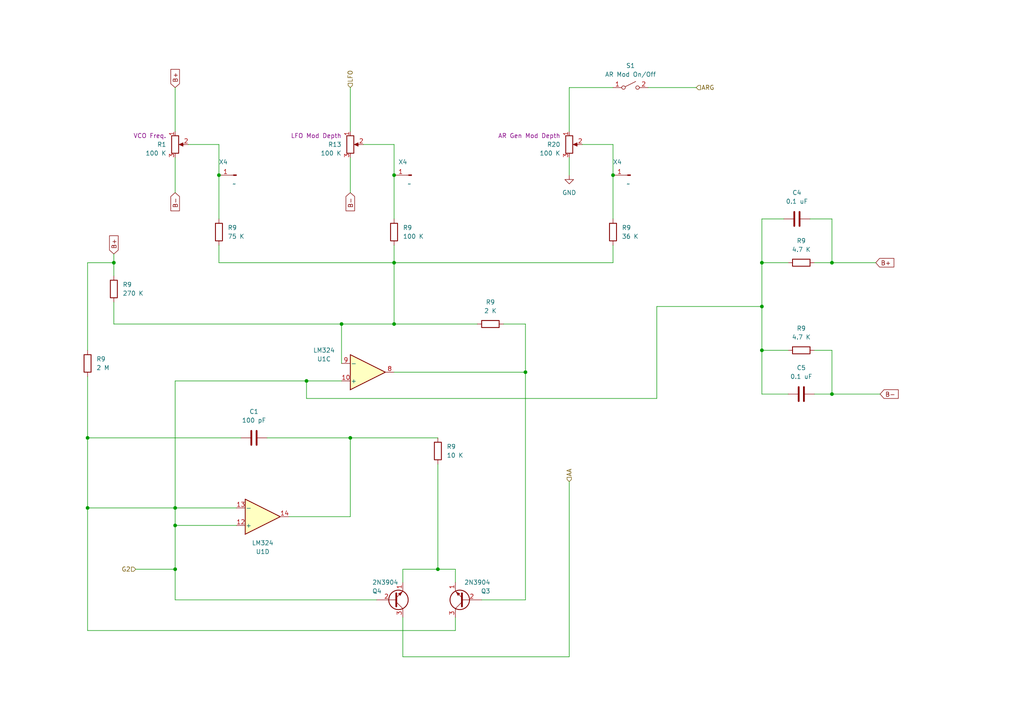
<source format=kicad_sch>
(kicad_sch (version 20230121) (generator eeschema)
  (paper "A4")
  (title_block (title "VCO - CV Mixer and Expo Converter") (rev "0.5") (company "http://musicfromouterspace.com/analogsynth_new/NOISETOASTER/NOISETOASTER.php") (comment 1 "Licence: CC-BY-NC-SA") (comment 2 "Original Design by Ray Wilson") (comment 3 "Music From Outer Space LLC"))
  (lib_symbols
    (symbol "Amplifier_Operational:LM324" (pin_names (offset 0.127))
      (property "Reference" "U" (at 0 5.08 0))
      (property "Value" "LM324" (at 0 -5.08 0))
      (symbol "LM324_1_1"
        (polyline (pts (xy -5.08 5.08) (xy 5.08 0) (xy -5.08 -5.08) (xy -5.08 5.08)) (stroke (width 0.254)) (fill (type background)))
        (pin output line (at 7.62 0 180) (length 2.54) (name "~") (number "1"))
        (pin input line (at -7.62 -2.54 0) (length 2.54) (name "-") (number "2"))
        (pin input line (at -7.62 2.54 0) (length 2.54) (name "+") (number "3"))
      )
      (symbol "LM324_2_1"
        (polyline (pts (xy -5.08 5.08) (xy 5.08 0) (xy -5.08 -5.08) (xy -5.08 5.08)) (stroke (width 0.254)) (fill (type background)))
        (pin input line (at -7.62 2.54 0) (length 2.54) (name "+") (number "5"))
        (pin input line (at -7.62 -2.54 0) (length 2.54) (name "-") (number "6"))
        (pin output line (at 7.62 0 180) (length 2.54) (name "~") (number "7"))
      )
      (symbol "LM324_3_1"
        (polyline (pts (xy -5.08 5.08) (xy 5.08 0) (xy -5.08 -5.08) (xy -5.08 5.08)) (stroke (width 0.254)) (fill (type background)))
        (pin input line (at -7.62 2.54 0) (length 2.54) (name "+") (number "10"))
        (pin output line (at 7.62 0 180) (length 2.54) (name "~") (number "8"))
        (pin input line (at -7.62 -2.54 0) (length 2.54) (name "-") (number "9"))
      )
      (symbol "LM324_4_1"
        (polyline (pts (xy -5.08 5.08) (xy 5.08 0) (xy -5.08 -5.08) (xy -5.08 5.08)) (stroke (width 0.254)) (fill (type background)))
        (pin input line (at -7.62 2.54 0) (length 2.54) (name "+") (number "12"))
        (pin input line (at -7.62 -2.54 0) (length 2.54) (name "-") (number "13"))
        (pin output line (at 7.62 0 180) (length 2.54) (name "~") (number "14"))
      )
      (symbol "LM324_5_1"
        (pin power_in line (at -2.54 -7.62 90) (length 3.81) (name "V-") (number "11"))
        (pin power_in line (at -2.54 7.62 270) (length 3.81) (name "V+") (number "4"))
      )
    )
    (symbol "Connector:Conn_01x01_Pin" (pin_names (offset 1.016) hide)
      (property "Reference" "J" (at 0 2.54 0))
      (property "Value" "Conn_01x01_Pin" (at 0 -2.54 0))
      (symbol "Conn_01x01_Pin_1_1"
        (polyline (pts (xy 1.27 0) (xy 0.8636 0)) (stroke (width 0.1524)))
        (rectangle (start 0.8636 0.127) (end 0 -0.127) (stroke (width 0.1524)) (fill (type outline)))
        (pin passive line (at 5.08 0 180) (length 3.81) (name "Pin_1") (number "1"))
      )
    )
    (symbol "Device:C" (pin_numbers hide) (pin_names (offset 0.254))
      (property "Reference" "C" (at 0.635 2.54 0))
      (property "Value" "C" (at 0.635 -2.54 0))
      (symbol "C_0_1"
        (polyline (pts (xy -2.032 -0.762) (xy 2.032 -0.762)) (stroke (width 0.508)))
        (polyline (pts (xy -2.032 0.762) (xy 2.032 0.762)) (stroke (width 0.508)))
      )
      (symbol "C_1_1"
        (pin passive line (at 0 3.81 270) (length 2.794) (name "~") (number "1"))
        (pin passive line (at 0 -3.81 90) (length 2.794) (name "~") (number "2"))
      )
    )
    (symbol "Device:R" (pin_numbers hide) (pin_names (offset 0))
      (property "Reference" "R" (at 2.032 0 90))
      (property "Value" "R" (at 0 0 90))
      (symbol "R_0_1"
        (rectangle (start -1.016 -2.54) (end 1.016 2.54) (stroke (width 0.254)))
      )
      (symbol "R_1_1"
        (pin passive line (at 0 3.81 270) (length 1.27) (name "~") (number "1"))
        (pin passive line (at 0 -3.81 90) (length 1.27) (name "~") (number "2"))
      )
    )
    (symbol "Device:R_Potentiometer" (pin_names (offset 1.016) hide)
      (property "Reference" "RV" (at -4.445 0 90))
      (property "Value" "R_Potentiometer" (at -2.54 0 90))
      (symbol "R_Potentiometer_0_1"
        (polyline (pts (xy 2.54 0) (xy 1.524 0)))
        (polyline (pts (xy 1.143 0) (xy 2.286 0.508) (xy 2.286 -0.508) (xy 1.143 0)) (fill (type outline)))
        (rectangle (start 1.016 2.54) (end -1.016 -2.54) (stroke (width 0.254)))
      )
      (symbol "R_Potentiometer_1_1"
        (pin passive line (at 0 3.81 270) (length 1.27) (name "1") (number "1"))
        (pin passive line (at 3.81 0 180) (length 1.27) (name "2") (number "2"))
        (pin passive line (at 0 -3.81 90) (length 1.27) (name "3") (number "3"))
      )
    )
    (symbol "Switch:SW_SPST" (pin_names (offset 0) hide)
      (property "Reference" "SW" (at 0 3.175 0))
      (property "Value" "SW_SPST" (at 0 -2.54 0))
      (symbol "SW_SPST_0_0"
        (circle (center -2.032 0) (radius 0.508))
        (polyline (pts (xy -1.524 0.254) (xy 1.524 1.778)))
        (circle (center 2.032 0) (radius 0.508))
      )
      (symbol "SW_SPST_1_1"
        (pin passive line (at -5.08 0 0) (length 2.54) (name "A") (number "1"))
        (pin passive line (at 5.08 0 180) (length 2.54) (name "B") (number "2"))
      )
    )
    (symbol "Transistor_BJT:2N3904" (pin_names (offset 0) hide)
      (property "Reference" "Q" (at 5.08 1.905 0))
      (property "Value" "2N3904" (at 5.08 0 0))
      (symbol "2N3904_0_1"
        (polyline (pts (xy 0.635 0.635) (xy 2.54 2.54)))
        (polyline (pts (xy 0.635 -0.635) (xy 2.54 -2.54) (xy 2.54 -2.54)))
        (polyline (pts (xy 0.635 1.905) (xy 0.635 -1.905) (xy 0.635 -1.905)) (stroke (width 0.508)))
        (polyline (pts (xy 1.27 -1.778) (xy 1.778 -1.27) (xy 2.286 -2.286) (xy 1.27 -1.778) (xy 1.27 -1.778)) (fill (type outline)))
        (circle (center 1.27 0) (radius 2.8194) (stroke (width 0.254)))
      )
      (symbol "2N3904_1_1"
        (pin passive line (at 2.54 -5.08 90) (length 2.54) (name "E") (number "1"))
        (pin passive line (at -5.08 0 0) (length 5.715) (name "B") (number "2"))
        (pin passive line (at 2.54 5.08 270) (length 2.54) (name "C") (number "3"))
      )
    )
    (symbol "power:GND" (power) (pin_names (offset 0))
      (property "Value" "GND" (at 0 -3.81 0))
      (symbol "GND_0_1"
        (polyline (pts (xy 0 0) (xy 0 -1.27) (xy 1.27 -1.27) (xy 0 -2.54) (xy -1.27 -1.27) (xy 0 -1.27)))
      )
      (symbol "GND_1_1"
        (pin power_in line (at 0 0 270) (length 0) hide (name "GND") (number "1"))
      )
    )
  )
  (junction (at 88.9 110.49))
  (junction (at 50.8 147.32))
  (junction (at 177.8 50.8))
  (junction (at 25.4 147.32))
  (junction (at 99.06 93.98))
  (junction (at 25.4 127))
  (junction (at 63.5 50.8))
  (junction (at 33.02 76.2))
  (junction (at 50.8 152.4))
  (junction (at 127 165.1))
  (junction (at 241.3 76.2))
  (junction (at 114.3 50.8))
  (junction (at 50.8 165.1))
  (junction (at 101.6 127))
  (junction (at 114.3 76.2))
  (junction (at 152.4 107.95))
  (junction (at 220.98 101.6))
  (junction (at 220.98 88.9))
  (junction (at 114.3 93.98))
  (junction (at 220.98 76.2))
  (junction (at 241.3 114.3))
  (wire (pts (xy 25.4 109.22) (xy 25.4 127)))
  (wire (pts (xy 101.6 127) (xy 101.6 149.86)))
  (wire (pts (xy 101.6 25.4) (xy 101.6 38.1)))
  (wire (pts (xy 116.84 165.1) (xy 127 165.1)))
  (wire (pts (xy 187.96 25.4) (xy 201.93 25.4)))
  (wire (pts (xy 114.3 41.91) (xy 114.3 50.8)))
  (wire (pts (xy 220.98 76.2) (xy 228.6 76.2)))
  (wire (pts (xy 241.3 114.3) (xy 255.27 114.3)))
  (wire (pts (xy 88.9 110.49) (xy 50.8 110.49)))
  (wire (pts (xy 25.4 76.2) (xy 33.02 76.2)))
  (wire (pts (xy 50.8 173.99) (xy 50.8 165.1)))
  (wire (pts (xy 127 165.1) (xy 132.08 165.1)))
  (wire (pts (xy 25.4 127) (xy 25.4 147.32)))
  (wire (pts (xy 177.8 71.12) (xy 177.8 76.2)))
  (wire (pts (xy 101.6 45.72) (xy 101.6 55.88)))
  (wire (pts (xy 165.1 45.72) (xy 165.1 50.8)))
  (wire (pts (xy 165.1 38.1) (xy 165.1 25.4)))
  (wire (pts (xy 139.7 173.99) (xy 152.4 173.99)))
  (wire (pts (xy 109.22 173.99) (xy 50.8 173.99)))
  (wire (pts (xy 138.43 93.98) (xy 114.3 93.98)))
  (wire (pts (xy 63.5 76.2) (xy 63.5 71.12)))
  (wire (pts (xy 99.06 110.49) (xy 88.9 110.49)))
  (wire (pts (xy 234.95 63.5) (xy 241.3 63.5)))
  (wire (pts (xy 50.8 110.49) (xy 50.8 147.32)))
  (wire (pts (xy 165.1 25.4) (xy 177.8 25.4)))
  (wire (pts (xy 77.47 127) (xy 101.6 127)))
  (wire (pts (xy 220.98 101.6) (xy 220.98 114.3)))
  (wire (pts (xy 132.08 179.07) (xy 132.08 182.88)))
  (wire (pts (xy 127 134.62) (xy 127 165.1)))
  (wire (pts (xy 50.8 152.4) (xy 68.58 152.4)))
  (wire (pts (xy 220.98 88.9) (xy 220.98 101.6)))
  (wire (pts (xy 54.61 41.91) (xy 63.5 41.91)))
  (wire (pts (xy 152.4 93.98) (xy 152.4 107.95)))
  (wire (pts (xy 101.6 127) (xy 127 127)))
  (wire (pts (xy 99.06 93.98) (xy 114.3 93.98)))
  (wire (pts (xy 220.98 88.9) (xy 190.5 88.9)))
  (wire (pts (xy 220.98 76.2) (xy 220.98 88.9)))
  (wire (pts (xy 116.84 179.07) (xy 116.84 190.5)))
  (wire (pts (xy 63.5 50.8) (xy 63.5 63.5)))
  (wire (pts (xy 146.05 93.98) (xy 152.4 93.98)))
  (wire (pts (xy 227.33 63.5) (xy 220.98 63.5)))
  (wire (pts (xy 33.02 73.66) (xy 33.02 76.2)))
  (wire (pts (xy 177.8 50.8) (xy 177.8 63.5)))
  (wire (pts (xy 168.91 41.91) (xy 177.8 41.91)))
  (wire (pts (xy 50.8 152.4) (xy 50.8 147.32)))
  (wire (pts (xy 88.9 110.49) (xy 88.9 115.57)))
  (wire (pts (xy 241.3 76.2) (xy 254 76.2)))
  (wire (pts (xy 114.3 50.8) (xy 114.3 63.5)))
  (wire (pts (xy 114.3 71.12) (xy 114.3 76.2)))
  (wire (pts (xy 50.8 45.72) (xy 50.8 55.88)))
  (wire (pts (xy 236.22 76.2) (xy 241.3 76.2)))
  (wire (pts (xy 220.98 63.5) (xy 220.98 76.2)))
  (wire (pts (xy 132.08 165.1) (xy 132.08 168.91)))
  (wire (pts (xy 165.1 190.5) (xy 116.84 190.5)))
  (wire (pts (xy 132.08 182.88) (xy 25.4 182.88)))
  (wire (pts (xy 116.84 168.91) (xy 116.84 165.1)))
  (wire (pts (xy 190.5 115.57) (xy 88.9 115.57)))
  (wire (pts (xy 50.8 25.4) (xy 50.8 38.1)))
  (wire (pts (xy 99.06 105.41) (xy 99.06 93.98)))
  (wire (pts (xy 241.3 76.2) (xy 241.3 63.5)))
  (wire (pts (xy 25.4 127) (xy 69.85 127)))
  (wire (pts (xy 33.02 87.63) (xy 33.02 93.98)))
  (wire (pts (xy 25.4 101.6) (xy 25.4 76.2)))
  (wire (pts (xy 236.22 101.6) (xy 241.3 101.6)))
  (wire (pts (xy 83.82 149.86) (xy 101.6 149.86)))
  (wire (pts (xy 152.4 107.95) (xy 152.4 173.99)))
  (wire (pts (xy 105.41 41.91) (xy 114.3 41.91)))
  (wire (pts (xy 68.58 147.32) (xy 50.8 147.32)))
  (wire (pts (xy 114.3 107.95) (xy 152.4 107.95)))
  (wire (pts (xy 39.37 165.1) (xy 50.8 165.1)))
  (wire (pts (xy 241.3 101.6) (xy 241.3 114.3)))
  (wire (pts (xy 50.8 147.32) (xy 25.4 147.32)))
  (wire (pts (xy 177.8 41.91) (xy 177.8 50.8)))
  (wire (pts (xy 33.02 76.2) (xy 33.02 80.01)))
  (wire (pts (xy 63.5 41.91) (xy 63.5 50.8)))
  (wire (pts (xy 114.3 76.2) (xy 177.8 76.2)))
  (wire (pts (xy 220.98 101.6) (xy 228.6 101.6)))
  (wire (pts (xy 50.8 165.1) (xy 50.8 152.4)))
  (wire (pts (xy 220.98 114.3) (xy 228.6 114.3)))
  (wire (pts (xy 25.4 182.88) (xy 25.4 147.32)))
  (wire (pts (xy 33.02 93.98) (xy 99.06 93.98)))
  (wire (pts (xy 165.1 139.7) (xy 165.1 190.5)))
  (wire (pts (xy 114.3 76.2) (xy 114.3 93.98)))
  (wire (pts (xy 114.3 76.2) (xy 63.5 76.2)))
  (wire (pts (xy 190.5 88.9) (xy 190.5 115.57)))
  (wire (pts (xy 236.22 114.3) (xy 241.3 114.3)))
  (global_label "B-" (shape input) (at 255.27 114.3 0) (property "Intersheetrefs" "${INTERSHEET_REFS}" (effects hide)))
  (global_label "B-" (shape input) (at 50.8 55.88 270) (property "Intersheetrefs" "${INTERSHEET_REFS}" (effects hide)))
  (global_label "B+" (shape input) (at 254 76.2 0) (property "Intersheetrefs" "${INTERSHEET_REFS}" (effects hide)))
  (global_label "B-" (shape input) (at 101.6 55.88 270) (property "Intersheetrefs" "${INTERSHEET_REFS}" (effects hide)))
  (global_label "B+" (shape input) (at 50.8 25.4 90) (property "Intersheetrefs" "${INTERSHEET_REFS}" (effects hide)))
  (global_label "B+" (shape input) (at 33.02 73.66 90) (property "Intersheetrefs" "${INTERSHEET_REFS}" (effects hide)))
  (hierarchical_label "ARG" (shape input) (at 201.93 25.4 0))
  (hierarchical_label "G2" (shape input) (at 39.37 165.1 180))
  (hierarchical_label "LFO" (shape input) (at 101.6 25.4 90))
  (hierarchical_label "AA" (shape input) (at 165.1 139.7 90))
  (symbol (lib_id "Device:R") (at 33.02 83.82 180) (unit 1)
    (property "Reference" "R9" (at 35.56 82.55 0) (effects (justify right)))
    (property "Value" "270 K" (at 35.56 85.09 0) (effects (justify right)))
    (instances (project "Noise Toaster PCB" (path "" (reference "R9") (unit 1)) (path "" (reference "R3") (unit 1))))
  )
  (symbol (lib_id "Device:C") (at 231.14 63.5 90) (unit 1)
    (property "Reference" "C4" (at 231.14 55.88 90))
    (property "Value" "0.1 uF" (at 231.14 58.42 90))
  )
  (symbol (lib_id "Device:R") (at 232.41 76.2 90) (unit 1)
    (property "Reference" "R9" (at 232.41 69.85 90))
    (property "Value" "4.7 K" (at 232.41 72.39 90))
    (instances (project "Noise Toaster PCB" (path "" (reference "R9") (unit 1)) (path "" (reference "R23") (unit 1))))
  )
  (symbol (lib_id "Amplifier_Operational:LM324") (at 76.2 149.86 0) (mirror x) (unit 4)
    (property "Reference" "U1" (at 76.2 160.02 0))
    (property "Value" "LM324" (at 76.2 157.48 0))
    (property "Datasheet" "http://www.ti.com/lit/ds/symlink/lm2902-n.pdf" (effects hide))
  )
  (symbol (lib_id "Device:R") (at 25.4 105.41 180) (unit 1)
    (property "Reference" "R9" (at 27.94 104.14 0) (effects (justify right)))
    (property "Value" "2 M" (at 27.94 106.68 0) (effects (justify right)))
    (instances (project "Noise Toaster PCB" (path "" (reference "R9") (unit 1)) (path "" (reference "R16") (unit 1))))
  )
  (symbol (lib_id "Device:C") (at 73.66 127 90) (unit 1)
    (property "Reference" "C1" (at 73.66 119.38 90))
    (property "Value" "100 pF" (at 73.66 121.92 90))
  )
  (symbol (lib_id "Device:R") (at 63.5 67.31 180) (unit 1)
    (property "Reference" "R9" (at 66.04 66.04 0) (effects (justify right)))
    (property "Value" "75 K" (at 66.04 68.58 0) (effects (justify right)))
    (instances (project "Noise Toaster PCB" (path "" (reference "R9") (unit 1)) (path "" (reference "R2") (unit 1))))
  )
  (symbol (lib_id "power:GND") (at 165.1 50.8 0) (unit 1)
    (property "Reference" "#PWR01" (effects hide))
    (property "Value" "GND" (at 165.1 55.88 0))
    (instances (project "Noise Toaster PCB" (path "" (reference "#PWR01") (unit 1)) (path "" (reference "#PWR03") (unit 1))))
  )
  (symbol (lib_id "Device:C") (at 232.41 114.3 90) (unit 1)
    (property "Reference" "C5" (at 232.41 106.68 90))
    (property "Value" "0.1 uF" (at 232.41 109.22 90))
  )
  (symbol (lib_id "Device:R") (at 142.24 93.98 90) (unit 1)
    (property "Reference" "R9" (at 142.24 87.63 90))
    (property "Value" "2 K" (at 142.24 90.17 90))
    (instances (project "Noise Toaster PCB" (path "" (reference "R9") (unit 1)) (path "" (reference "R11") (unit 1))))
  )
  (symbol (lib_id "Device:R") (at 232.41 101.6 90) (unit 1)
    (property "Reference" "R9" (at 232.41 95.25 90))
    (property "Value" "4.7 K" (at 232.41 97.79 90))
    (instances (project "Noise Toaster PCB" (path "" (reference "R9") (unit 1)) (path "" (reference "R22") (unit 1))))
  )
  (symbol (lib_id "Device:R") (at 127 130.81 180) (unit 1)
    (property "Reference" "R9" (at 129.54 129.54 0) (effects (justify right)))
    (property "Value" "10 K" (at 129.54 132.08 0) (effects (justify right)))
    (instances (project "Noise Toaster PCB" (path "" (reference "R9") (unit 1)) (path "" (reference "R4") (unit 1))))
  )
  (symbol (lib_id "Transistor_BJT:2N3904") (at 134.62 173.99 180) (unit 1)
    (property "Reference" "Q3" (at 142.24 171.45 0) (effects (justify left)))
    (property "Value" "2N3904" (at 142.24 168.91 0) (effects (justify left)))
    (property "Footprint" "Package_TO_SOT_THT:TO-92_Inline" (effects hide))
    (property "Datasheet" "https://www.onsemi.com/pub/Collateral/2N3903-D.PDF" (effects hide))
  )
  (symbol (lib_id "Device:R") (at 177.8 67.31 180) (unit 1)
    (property "Reference" "R9" (at 180.34 66.04 0) (effects (justify right)))
    (property "Value" "36 K" (at 180.34 68.58 0) (effects (justify right)))
    (instances (project "Noise Toaster PCB" (path "" (reference "R9") (unit 1)) (path "" (reference "R21") (unit 1))))
  )
  (symbol (lib_id "Connector:Conn_01x01_Pin") (at 119.38 50.8 180) (unit 1)
    (property "Reference" "X4" (at 116.84 46.99 0))
    (property "Value" "~" (at 118.745 53.34 0))
    (instances (project "Noise Toaster PCB" (path "" (reference "X4") (unit 1)) (path "" (reference "X2") (unit 1))))
  )
  (symbol (lib_id "Device:R_Potentiometer") (at 165.1 41.91 0) (unit 1)
    (property "Reference" "R20" (at 162.56 41.91 0) (effects (justify right)))
    (property "Value" "100 K" (at 162.56 44.45 0) (effects (justify right)))
    (property "Beschreibung" "AR Gen Mod Depth" (at 162.56 39.37 0) (effects (justify right)))
  )
  (symbol (lib_id "Device:R_Potentiometer") (at 101.6 41.91 0) (unit 1)
    (property "Reference" "R13" (at 99.06 41.91 0) (effects (justify right)))
    (property "Value" "100 K" (at 99.06 44.45 0) (effects (justify right)))
    (property "Beschreibung" "LFO Mod Depth" (at 99.06 39.37 0) (effects (justify right)))
  )
  (symbol (lib_id "Amplifier_Operational:LM324") (at 106.68 107.95 0) (mirror x) (unit 3)
    (property "Reference" "U1" (at 93.98 104.14 0))
    (property "Value" "LM324" (at 93.98 101.6 0))
    (property "Datasheet" "http://www.ti.com/lit/ds/symlink/lm2902-n.pdf" (effects hide))
  )
  (symbol (lib_id "Device:R_Potentiometer") (at 50.8 41.91 0) (unit 1)
    (property "Reference" "R1" (at 48.26 41.91 0) (effects (justify right)))
    (property "Value" "100 K" (at 48.26 44.45 0) (effects (justify right)))
    (property "Beschreibung" "VCO Freq." (at 48.26 39.37 0) (effects (justify right)))
  )
  (symbol (lib_id "Switch:SW_SPST") (at 182.88 25.4 0) (unit 1)
    (property "Reference" "S1" (at 182.88 19.05 0))
    (property "Value" "AR Mod On/Off" (at 182.88 21.59 0))
  )
  (symbol (lib_id "Connector:Conn_01x01_Pin") (at 68.58 50.8 180) (unit 1)
    (property "Reference" "X4" (at 64.77 46.99 0))
    (property "Value" "~" (at 67.945 53.34 0))
    (instances (project "Noise Toaster PCB" (path "" (reference "X4") (unit 1)) (path "" (reference "X1") (unit 1))))
  )
  (symbol (lib_id "Transistor_BJT:2N3904") (at 114.3 173.99 0) (mirror x) (unit 1)
    (property "Reference" "Q4" (at 107.95 171.45 0) (effects (justify left)))
    (property "Value" "2N3904" (at 107.95 168.91 0) (effects (justify left)))
    (property "Footprint" "Package_TO_SOT_THT:TO-92_Inline" (effects hide))
    (property "Datasheet" "https://www.onsemi.com/pub/Collateral/2N3903-D.PDF" (effects hide))
  )
  (symbol (lib_id "Connector:Conn_01x01_Pin") (at 182.88 50.8 180) (unit 1)
    (property "Reference" "X4" (at 179.07 46.99 0))
    (property "Value" "~" (at 182.245 53.34 0))
    (instances (project "Noise Toaster PCB" (path "" (reference "X4") (unit 1)) (path "" (reference "X5") (unit 1))))
  )
  (symbol (lib_id "Device:R") (at 114.3 67.31 180) (unit 1)
    (property "Reference" "R9" (at 116.84 66.04 0) (effects (justify right)))
    (property "Value" "100 K" (at 116.84 68.58 0) (effects (justify right)))
    (instances (project "Noise Toaster PCB" (path "" (reference "R9") (unit 1)) (path "" (reference "R14") (unit 1))))
  )
)
</source>
